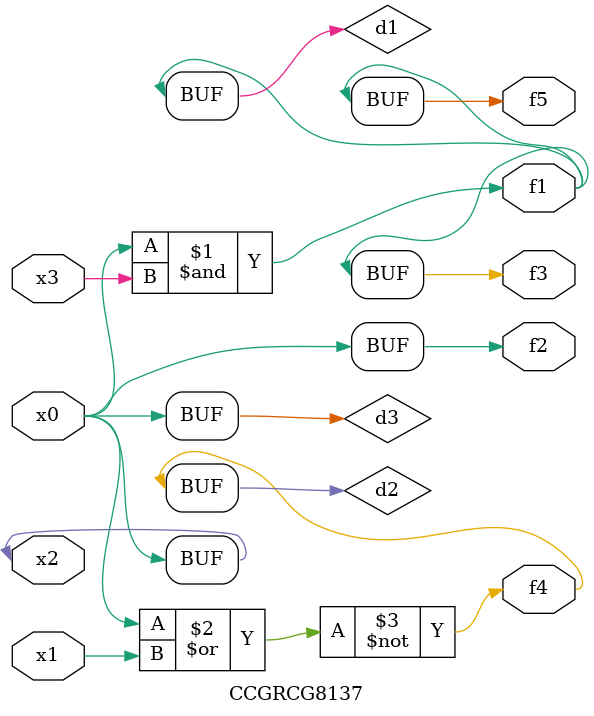
<source format=v>
module CCGRCG8137(
	input x0, x1, x2, x3,
	output f1, f2, f3, f4, f5
);

	wire d1, d2, d3;

	and (d1, x2, x3);
	nor (d2, x0, x1);
	buf (d3, x0, x2);
	assign f1 = d1;
	assign f2 = d3;
	assign f3 = d1;
	assign f4 = d2;
	assign f5 = d1;
endmodule

</source>
